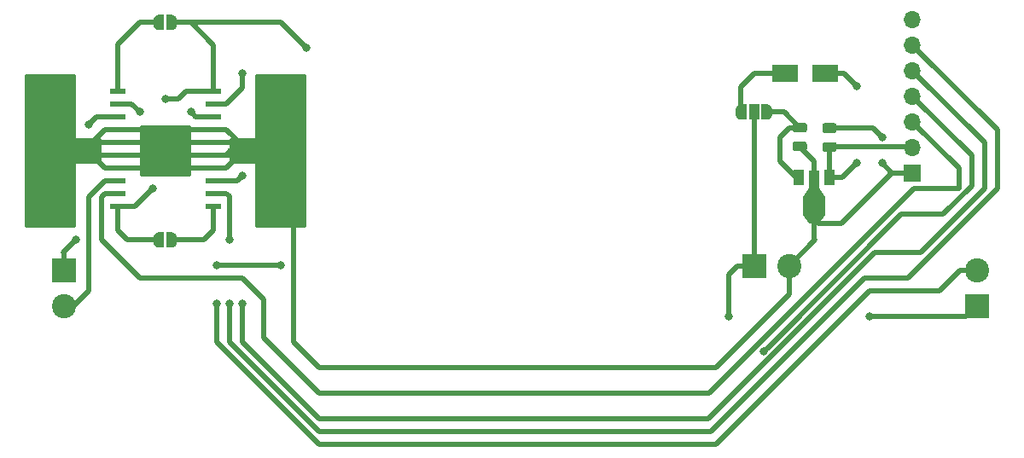
<source format=gbr>
G04 #@! TF.GenerationSoftware,KiCad,Pcbnew,5.1.5+dfsg1-2build2*
G04 #@! TF.CreationDate,2021-02-04T00:17:01-05:00*
G04 #@! TF.ProjectId,hbridgechassis,68627269-6467-4656-9368-61737369732e,rev?*
G04 #@! TF.SameCoordinates,Original*
G04 #@! TF.FileFunction,Copper,L1,Top*
G04 #@! TF.FilePolarity,Positive*
%FSLAX46Y46*%
G04 Gerber Fmt 4.6, Leading zero omitted, Abs format (unit mm)*
G04 Created by KiCad (PCBNEW 5.1.5+dfsg1-2build2) date 2021-02-04 00:17:01*
%MOMM*%
%LPD*%
G04 APERTURE LIST*
%ADD10C,0.100000*%
%ADD11R,2.200000X1.840000*%
%ADD12R,1.000000X1.500000*%
%ADD13R,1.000000X1.800000*%
%ADD14R,2.500000X1.800000*%
%ADD15O,1.700000X1.700000*%
%ADD16R,1.700000X1.700000*%
%ADD17C,2.400000*%
%ADD18R,2.400000X2.400000*%
%ADD19R,1.500000X0.600000*%
%ADD20C,0.800000*%
%ADD21C,0.500000*%
%ADD22C,0.254000*%
G04 APERTURE END LIST*
G04 #@! TA.AperFunction,SMDPad,CuDef*
D10*
G36*
X128059000Y-70654800D02*
G01*
X128759000Y-69654800D01*
X129559000Y-69654800D01*
X130259000Y-70654800D01*
X128059000Y-70654800D01*
G37*
G04 #@! TD.AperFunction*
D11*
X129159000Y-71564500D03*
D12*
X127659000Y-68751000D03*
D13*
X129159000Y-68897500D03*
D12*
X130659000Y-68751000D03*
G04 #@! TA.AperFunction,SMDPad,CuDef*
D10*
G36*
X130259000Y-72473000D02*
G01*
X129659000Y-73323000D01*
X128659000Y-73323000D01*
X128059000Y-72473000D01*
X130259000Y-72473000D01*
G37*
G04 #@! TD.AperFunction*
G04 #@! TA.AperFunction,SMDPad,CuDef*
G36*
X64120000Y-75679398D02*
G01*
X64095466Y-75679398D01*
X64046635Y-75674588D01*
X63998510Y-75665016D01*
X63951555Y-75650772D01*
X63906222Y-75631995D01*
X63862949Y-75608864D01*
X63822150Y-75581604D01*
X63784221Y-75550476D01*
X63749524Y-75515779D01*
X63718396Y-75477850D01*
X63691136Y-75437051D01*
X63668005Y-75393778D01*
X63649228Y-75348445D01*
X63634984Y-75301490D01*
X63625412Y-75253365D01*
X63620602Y-75204534D01*
X63620602Y-75180000D01*
X63620000Y-75180000D01*
X63620000Y-74680000D01*
X63620602Y-74680000D01*
X63620602Y-74655466D01*
X63625412Y-74606635D01*
X63634984Y-74558510D01*
X63649228Y-74511555D01*
X63668005Y-74466222D01*
X63691136Y-74422949D01*
X63718396Y-74382150D01*
X63749524Y-74344221D01*
X63784221Y-74309524D01*
X63822150Y-74278396D01*
X63862949Y-74251136D01*
X63906222Y-74228005D01*
X63951555Y-74209228D01*
X63998510Y-74194984D01*
X64046635Y-74185412D01*
X64095466Y-74180602D01*
X64120000Y-74180602D01*
X64120000Y-74180000D01*
X64620000Y-74180000D01*
X64620000Y-75680000D01*
X64120000Y-75680000D01*
X64120000Y-75679398D01*
G37*
G04 #@! TD.AperFunction*
G04 #@! TA.AperFunction,SMDPad,CuDef*
G36*
X64920000Y-74180000D02*
G01*
X65420000Y-74180000D01*
X65420000Y-74180602D01*
X65444534Y-74180602D01*
X65493365Y-74185412D01*
X65541490Y-74194984D01*
X65588445Y-74209228D01*
X65633778Y-74228005D01*
X65677051Y-74251136D01*
X65717850Y-74278396D01*
X65755779Y-74309524D01*
X65790476Y-74344221D01*
X65821604Y-74382150D01*
X65848864Y-74422949D01*
X65871995Y-74466222D01*
X65890772Y-74511555D01*
X65905016Y-74558510D01*
X65914588Y-74606635D01*
X65919398Y-74655466D01*
X65919398Y-74680000D01*
X65920000Y-74680000D01*
X65920000Y-75180000D01*
X65919398Y-75180000D01*
X65919398Y-75204534D01*
X65914588Y-75253365D01*
X65905016Y-75301490D01*
X65890772Y-75348445D01*
X65871995Y-75393778D01*
X65848864Y-75437051D01*
X65821604Y-75477850D01*
X65790476Y-75515779D01*
X65755779Y-75550476D01*
X65717850Y-75581604D01*
X65677051Y-75608864D01*
X65633778Y-75631995D01*
X65588445Y-75650772D01*
X65541490Y-75665016D01*
X65493365Y-75674588D01*
X65444534Y-75679398D01*
X65420000Y-75679398D01*
X65420000Y-75680000D01*
X64920000Y-75680000D01*
X64920000Y-74180000D01*
G37*
G04 #@! TD.AperFunction*
G04 #@! TA.AperFunction,SMDPad,CuDef*
G36*
X65420000Y-52590602D02*
G01*
X65444534Y-52590602D01*
X65493365Y-52595412D01*
X65541490Y-52604984D01*
X65588445Y-52619228D01*
X65633778Y-52638005D01*
X65677051Y-52661136D01*
X65717850Y-52688396D01*
X65755779Y-52719524D01*
X65790476Y-52754221D01*
X65821604Y-52792150D01*
X65848864Y-52832949D01*
X65871995Y-52876222D01*
X65890772Y-52921555D01*
X65905016Y-52968510D01*
X65914588Y-53016635D01*
X65919398Y-53065466D01*
X65919398Y-53090000D01*
X65920000Y-53090000D01*
X65920000Y-53590000D01*
X65919398Y-53590000D01*
X65919398Y-53614534D01*
X65914588Y-53663365D01*
X65905016Y-53711490D01*
X65890772Y-53758445D01*
X65871995Y-53803778D01*
X65848864Y-53847051D01*
X65821604Y-53887850D01*
X65790476Y-53925779D01*
X65755779Y-53960476D01*
X65717850Y-53991604D01*
X65677051Y-54018864D01*
X65633778Y-54041995D01*
X65588445Y-54060772D01*
X65541490Y-54075016D01*
X65493365Y-54084588D01*
X65444534Y-54089398D01*
X65420000Y-54089398D01*
X65420000Y-54090000D01*
X64920000Y-54090000D01*
X64920000Y-52590000D01*
X65420000Y-52590000D01*
X65420000Y-52590602D01*
G37*
G04 #@! TD.AperFunction*
G04 #@! TA.AperFunction,SMDPad,CuDef*
G36*
X64620000Y-54090000D02*
G01*
X64120000Y-54090000D01*
X64120000Y-54089398D01*
X64095466Y-54089398D01*
X64046635Y-54084588D01*
X63998510Y-54075016D01*
X63951555Y-54060772D01*
X63906222Y-54041995D01*
X63862949Y-54018864D01*
X63822150Y-53991604D01*
X63784221Y-53960476D01*
X63749524Y-53925779D01*
X63718396Y-53887850D01*
X63691136Y-53847051D01*
X63668005Y-53803778D01*
X63649228Y-53758445D01*
X63634984Y-53711490D01*
X63625412Y-53663365D01*
X63620602Y-53614534D01*
X63620602Y-53590000D01*
X63620000Y-53590000D01*
X63620000Y-53090000D01*
X63620602Y-53090000D01*
X63620602Y-53065466D01*
X63625412Y-53016635D01*
X63634984Y-52968510D01*
X63649228Y-52921555D01*
X63668005Y-52876222D01*
X63691136Y-52832949D01*
X63718396Y-52792150D01*
X63749524Y-52754221D01*
X63784221Y-52719524D01*
X63822150Y-52688396D01*
X63862949Y-52661136D01*
X63906222Y-52638005D01*
X63951555Y-52619228D01*
X63998510Y-52604984D01*
X64046635Y-52595412D01*
X64095466Y-52590602D01*
X64120000Y-52590602D01*
X64120000Y-52590000D01*
X64620000Y-52590000D01*
X64620000Y-54090000D01*
G37*
G04 #@! TD.AperFunction*
D12*
X123190000Y-62230000D03*
G04 #@! TA.AperFunction,SMDPad,CuDef*
D10*
G36*
X121890000Y-62979398D02*
G01*
X121865466Y-62979398D01*
X121816635Y-62974588D01*
X121768510Y-62965016D01*
X121721555Y-62950772D01*
X121676222Y-62931995D01*
X121632949Y-62908864D01*
X121592150Y-62881604D01*
X121554221Y-62850476D01*
X121519524Y-62815779D01*
X121488396Y-62777850D01*
X121461136Y-62737051D01*
X121438005Y-62693778D01*
X121419228Y-62648445D01*
X121404984Y-62601490D01*
X121395412Y-62553365D01*
X121390602Y-62504534D01*
X121390602Y-62480000D01*
X121390000Y-62480000D01*
X121390000Y-61980000D01*
X121390602Y-61980000D01*
X121390602Y-61955466D01*
X121395412Y-61906635D01*
X121404984Y-61858510D01*
X121419228Y-61811555D01*
X121438005Y-61766222D01*
X121461136Y-61722949D01*
X121488396Y-61682150D01*
X121519524Y-61644221D01*
X121554221Y-61609524D01*
X121592150Y-61578396D01*
X121632949Y-61551136D01*
X121676222Y-61528005D01*
X121721555Y-61509228D01*
X121768510Y-61494984D01*
X121816635Y-61485412D01*
X121865466Y-61480602D01*
X121890000Y-61480602D01*
X121890000Y-61480000D01*
X122440000Y-61480000D01*
X122440000Y-62980000D01*
X121890000Y-62980000D01*
X121890000Y-62979398D01*
G37*
G04 #@! TD.AperFunction*
G04 #@! TA.AperFunction,SMDPad,CuDef*
G36*
X123940000Y-61480000D02*
G01*
X124490000Y-61480000D01*
X124490000Y-61480602D01*
X124514534Y-61480602D01*
X124563365Y-61485412D01*
X124611490Y-61494984D01*
X124658445Y-61509228D01*
X124703778Y-61528005D01*
X124747051Y-61551136D01*
X124787850Y-61578396D01*
X124825779Y-61609524D01*
X124860476Y-61644221D01*
X124891604Y-61682150D01*
X124918864Y-61722949D01*
X124941995Y-61766222D01*
X124960772Y-61811555D01*
X124975016Y-61858510D01*
X124984588Y-61906635D01*
X124989398Y-61955466D01*
X124989398Y-61980000D01*
X124990000Y-61980000D01*
X124990000Y-62480000D01*
X124989398Y-62480000D01*
X124989398Y-62504534D01*
X124984588Y-62553365D01*
X124975016Y-62601490D01*
X124960772Y-62648445D01*
X124941995Y-62693778D01*
X124918864Y-62737051D01*
X124891604Y-62777850D01*
X124860476Y-62815779D01*
X124825779Y-62850476D01*
X124787850Y-62881604D01*
X124747051Y-62908864D01*
X124703778Y-62931995D01*
X124658445Y-62950772D01*
X124611490Y-62965016D01*
X124563365Y-62974588D01*
X124514534Y-62979398D01*
X124490000Y-62979398D01*
X124490000Y-62980000D01*
X123940000Y-62980000D01*
X123940000Y-61480000D01*
G37*
G04 #@! TD.AperFunction*
G04 #@! TA.AperFunction,SMDPad,CuDef*
G36*
X131163142Y-63346174D02*
G01*
X131186803Y-63349684D01*
X131210007Y-63355496D01*
X131232529Y-63363554D01*
X131254153Y-63373782D01*
X131274670Y-63386079D01*
X131293883Y-63400329D01*
X131311607Y-63416393D01*
X131327671Y-63434117D01*
X131341921Y-63453330D01*
X131354218Y-63473847D01*
X131364446Y-63495471D01*
X131372504Y-63517993D01*
X131378316Y-63541197D01*
X131381826Y-63564858D01*
X131383000Y-63588750D01*
X131383000Y-64076250D01*
X131381826Y-64100142D01*
X131378316Y-64123803D01*
X131372504Y-64147007D01*
X131364446Y-64169529D01*
X131354218Y-64191153D01*
X131341921Y-64211670D01*
X131327671Y-64230883D01*
X131311607Y-64248607D01*
X131293883Y-64264671D01*
X131274670Y-64278921D01*
X131254153Y-64291218D01*
X131232529Y-64301446D01*
X131210007Y-64309504D01*
X131186803Y-64315316D01*
X131163142Y-64318826D01*
X131139250Y-64320000D01*
X130226750Y-64320000D01*
X130202858Y-64318826D01*
X130179197Y-64315316D01*
X130155993Y-64309504D01*
X130133471Y-64301446D01*
X130111847Y-64291218D01*
X130091330Y-64278921D01*
X130072117Y-64264671D01*
X130054393Y-64248607D01*
X130038329Y-64230883D01*
X130024079Y-64211670D01*
X130011782Y-64191153D01*
X130001554Y-64169529D01*
X129993496Y-64147007D01*
X129987684Y-64123803D01*
X129984174Y-64100142D01*
X129983000Y-64076250D01*
X129983000Y-63588750D01*
X129984174Y-63564858D01*
X129987684Y-63541197D01*
X129993496Y-63517993D01*
X130001554Y-63495471D01*
X130011782Y-63473847D01*
X130024079Y-63453330D01*
X130038329Y-63434117D01*
X130054393Y-63416393D01*
X130072117Y-63400329D01*
X130091330Y-63386079D01*
X130111847Y-63373782D01*
X130133471Y-63363554D01*
X130155993Y-63355496D01*
X130179197Y-63349684D01*
X130202858Y-63346174D01*
X130226750Y-63345000D01*
X131139250Y-63345000D01*
X131163142Y-63346174D01*
G37*
G04 #@! TD.AperFunction*
G04 #@! TA.AperFunction,SMDPad,CuDef*
G36*
X131163142Y-65221174D02*
G01*
X131186803Y-65224684D01*
X131210007Y-65230496D01*
X131232529Y-65238554D01*
X131254153Y-65248782D01*
X131274670Y-65261079D01*
X131293883Y-65275329D01*
X131311607Y-65291393D01*
X131327671Y-65309117D01*
X131341921Y-65328330D01*
X131354218Y-65348847D01*
X131364446Y-65370471D01*
X131372504Y-65392993D01*
X131378316Y-65416197D01*
X131381826Y-65439858D01*
X131383000Y-65463750D01*
X131383000Y-65951250D01*
X131381826Y-65975142D01*
X131378316Y-65998803D01*
X131372504Y-66022007D01*
X131364446Y-66044529D01*
X131354218Y-66066153D01*
X131341921Y-66086670D01*
X131327671Y-66105883D01*
X131311607Y-66123607D01*
X131293883Y-66139671D01*
X131274670Y-66153921D01*
X131254153Y-66166218D01*
X131232529Y-66176446D01*
X131210007Y-66184504D01*
X131186803Y-66190316D01*
X131163142Y-66193826D01*
X131139250Y-66195000D01*
X130226750Y-66195000D01*
X130202858Y-66193826D01*
X130179197Y-66190316D01*
X130155993Y-66184504D01*
X130133471Y-66176446D01*
X130111847Y-66166218D01*
X130091330Y-66153921D01*
X130072117Y-66139671D01*
X130054393Y-66123607D01*
X130038329Y-66105883D01*
X130024079Y-66086670D01*
X130011782Y-66066153D01*
X130001554Y-66044529D01*
X129993496Y-66022007D01*
X129987684Y-65998803D01*
X129984174Y-65975142D01*
X129983000Y-65951250D01*
X129983000Y-65463750D01*
X129984174Y-65439858D01*
X129987684Y-65416197D01*
X129993496Y-65392993D01*
X130001554Y-65370471D01*
X130011782Y-65348847D01*
X130024079Y-65328330D01*
X130038329Y-65309117D01*
X130054393Y-65291393D01*
X130072117Y-65275329D01*
X130091330Y-65261079D01*
X130111847Y-65248782D01*
X130133471Y-65238554D01*
X130155993Y-65230496D01*
X130179197Y-65224684D01*
X130202858Y-65221174D01*
X130226750Y-65220000D01*
X131139250Y-65220000D01*
X131163142Y-65221174D01*
G37*
G04 #@! TD.AperFunction*
G04 #@! TA.AperFunction,SMDPad,CuDef*
G36*
X128216742Y-65170374D02*
G01*
X128240403Y-65173884D01*
X128263607Y-65179696D01*
X128286129Y-65187754D01*
X128307753Y-65197982D01*
X128328270Y-65210279D01*
X128347483Y-65224529D01*
X128365207Y-65240593D01*
X128381271Y-65258317D01*
X128395521Y-65277530D01*
X128407818Y-65298047D01*
X128418046Y-65319671D01*
X128426104Y-65342193D01*
X128431916Y-65365397D01*
X128435426Y-65389058D01*
X128436600Y-65412950D01*
X128436600Y-65900450D01*
X128435426Y-65924342D01*
X128431916Y-65948003D01*
X128426104Y-65971207D01*
X128418046Y-65993729D01*
X128407818Y-66015353D01*
X128395521Y-66035870D01*
X128381271Y-66055083D01*
X128365207Y-66072807D01*
X128347483Y-66088871D01*
X128328270Y-66103121D01*
X128307753Y-66115418D01*
X128286129Y-66125646D01*
X128263607Y-66133704D01*
X128240403Y-66139516D01*
X128216742Y-66143026D01*
X128192850Y-66144200D01*
X127280350Y-66144200D01*
X127256458Y-66143026D01*
X127232797Y-66139516D01*
X127209593Y-66133704D01*
X127187071Y-66125646D01*
X127165447Y-66115418D01*
X127144930Y-66103121D01*
X127125717Y-66088871D01*
X127107993Y-66072807D01*
X127091929Y-66055083D01*
X127077679Y-66035870D01*
X127065382Y-66015353D01*
X127055154Y-65993729D01*
X127047096Y-65971207D01*
X127041284Y-65948003D01*
X127037774Y-65924342D01*
X127036600Y-65900450D01*
X127036600Y-65412950D01*
X127037774Y-65389058D01*
X127041284Y-65365397D01*
X127047096Y-65342193D01*
X127055154Y-65319671D01*
X127065382Y-65298047D01*
X127077679Y-65277530D01*
X127091929Y-65258317D01*
X127107993Y-65240593D01*
X127125717Y-65224529D01*
X127144930Y-65210279D01*
X127165447Y-65197982D01*
X127187071Y-65187754D01*
X127209593Y-65179696D01*
X127232797Y-65173884D01*
X127256458Y-65170374D01*
X127280350Y-65169200D01*
X128192850Y-65169200D01*
X128216742Y-65170374D01*
G37*
G04 #@! TD.AperFunction*
G04 #@! TA.AperFunction,SMDPad,CuDef*
G36*
X128216742Y-63295374D02*
G01*
X128240403Y-63298884D01*
X128263607Y-63304696D01*
X128286129Y-63312754D01*
X128307753Y-63322982D01*
X128328270Y-63335279D01*
X128347483Y-63349529D01*
X128365207Y-63365593D01*
X128381271Y-63383317D01*
X128395521Y-63402530D01*
X128407818Y-63423047D01*
X128418046Y-63444671D01*
X128426104Y-63467193D01*
X128431916Y-63490397D01*
X128435426Y-63514058D01*
X128436600Y-63537950D01*
X128436600Y-64025450D01*
X128435426Y-64049342D01*
X128431916Y-64073003D01*
X128426104Y-64096207D01*
X128418046Y-64118729D01*
X128407818Y-64140353D01*
X128395521Y-64160870D01*
X128381271Y-64180083D01*
X128365207Y-64197807D01*
X128347483Y-64213871D01*
X128328270Y-64228121D01*
X128307753Y-64240418D01*
X128286129Y-64250646D01*
X128263607Y-64258704D01*
X128240403Y-64264516D01*
X128216742Y-64268026D01*
X128192850Y-64269200D01*
X127280350Y-64269200D01*
X127256458Y-64268026D01*
X127232797Y-64264516D01*
X127209593Y-64258704D01*
X127187071Y-64250646D01*
X127165447Y-64240418D01*
X127144930Y-64228121D01*
X127125717Y-64213871D01*
X127107993Y-64197807D01*
X127091929Y-64180083D01*
X127077679Y-64160870D01*
X127065382Y-64140353D01*
X127055154Y-64118729D01*
X127047096Y-64096207D01*
X127041284Y-64073003D01*
X127037774Y-64049342D01*
X127036600Y-64025450D01*
X127036600Y-63537950D01*
X127037774Y-63514058D01*
X127041284Y-63490397D01*
X127047096Y-63467193D01*
X127055154Y-63444671D01*
X127065382Y-63423047D01*
X127077679Y-63402530D01*
X127091929Y-63383317D01*
X127107993Y-63365593D01*
X127125717Y-63349529D01*
X127144930Y-63335279D01*
X127165447Y-63322982D01*
X127187071Y-63312754D01*
X127209593Y-63304696D01*
X127232797Y-63298884D01*
X127256458Y-63295374D01*
X127280350Y-63294200D01*
X128192850Y-63294200D01*
X128216742Y-63295374D01*
G37*
G04 #@! TD.AperFunction*
D14*
X126270000Y-58420000D03*
X130270000Y-58420000D03*
D15*
X138912600Y-53060600D03*
X138912600Y-55600600D03*
X138912600Y-58140600D03*
X138912600Y-60680600D03*
X138912600Y-63220600D03*
X138912600Y-65760600D03*
D16*
X138912600Y-68300600D03*
D17*
X145288000Y-77978000D03*
D18*
X145288000Y-81478000D03*
D17*
X54712000Y-81478000D03*
D18*
X54712000Y-77978000D03*
D17*
X126690000Y-77500000D03*
D18*
X123190000Y-77500000D03*
D19*
X69545400Y-60147200D03*
X69545400Y-61417200D03*
X69545400Y-62687200D03*
X69545400Y-63957200D03*
X69545400Y-65227200D03*
X69545400Y-66497200D03*
X69545400Y-67767200D03*
X69545400Y-69037200D03*
X69545400Y-70307200D03*
X69545400Y-71577200D03*
X60045400Y-71577200D03*
X60045400Y-70307200D03*
X60045400Y-69037200D03*
X60045400Y-67767200D03*
X60045400Y-60147200D03*
X60045400Y-61417200D03*
X60045400Y-62687200D03*
X60045400Y-63957200D03*
X60045400Y-65227200D03*
X60045400Y-66497200D03*
D20*
X57150000Y-63500000D03*
X55880000Y-74930000D03*
X67310000Y-62230000D03*
X69850000Y-81279996D03*
X72390000Y-68580000D03*
X134620000Y-82550000D03*
X76200000Y-77470000D03*
X72390000Y-58420000D03*
X69849994Y-77470000D03*
X71120000Y-81279998D03*
X71120000Y-74930000D03*
X72390000Y-81280000D03*
X62230000Y-62230000D03*
X124138986Y-86038987D03*
X135890000Y-67310000D03*
X135890000Y-64770000D03*
X133350000Y-67310000D03*
X133350000Y-59689984D03*
X63500000Y-69850000D03*
X64770000Y-60960000D03*
X78740000Y-55880000D03*
X120650000Y-82550000D03*
D21*
X55682000Y-81478000D02*
X54712000Y-81478000D01*
X57150000Y-80010000D02*
X55682000Y-81478000D01*
X57150000Y-70682600D02*
X57150000Y-80010000D01*
X58795400Y-69037200D02*
X57150000Y-70682600D01*
X60045400Y-69037200D02*
X58795400Y-69037200D01*
X57962800Y-62687200D02*
X57150000Y-63500000D01*
X60045400Y-62687200D02*
X57962800Y-62687200D01*
X55880000Y-74930000D02*
X54610000Y-76200000D01*
X54712000Y-76278000D02*
X54712000Y-77978000D01*
X54634000Y-76200000D02*
X54712000Y-76278000D01*
X54610000Y-76200000D02*
X54634000Y-76200000D01*
X67767200Y-62687200D02*
X67310000Y-62230000D01*
X69545400Y-62687200D02*
X67767200Y-62687200D01*
X69850000Y-85089982D02*
X69850000Y-81845681D01*
X119380000Y-95250000D02*
X80010018Y-95250000D01*
X69850000Y-81845681D02*
X69850000Y-81279996D01*
X80010018Y-95250000D02*
X69850000Y-85089982D01*
X134620000Y-80010000D02*
X119380000Y-95250000D01*
X139700000Y-80010000D02*
X134620000Y-80010000D01*
X143590944Y-77978000D02*
X141558944Y-80010000D01*
X145288000Y-77978000D02*
X143590944Y-77978000D01*
X141558944Y-80010000D02*
X139700000Y-80010000D01*
X71932800Y-69037200D02*
X72390000Y-68580000D01*
X69545400Y-69037200D02*
X71932800Y-69037200D01*
X144216000Y-82550000D02*
X145288000Y-81478000D01*
X134620000Y-82550000D02*
X144216000Y-82550000D01*
X70795400Y-61417200D02*
X69545400Y-61417200D01*
X72390000Y-59822600D02*
X70795400Y-61417200D01*
X72390000Y-58420000D02*
X72390000Y-59822600D01*
X76200000Y-77470000D02*
X69849994Y-77470000D01*
X71120000Y-81845683D02*
X71120000Y-81279998D01*
X71120000Y-85090000D02*
X71120000Y-81845683D01*
X80010000Y-93980000D02*
X71120000Y-85090000D01*
X118885018Y-93980000D02*
X80010000Y-93980000D01*
X134125018Y-78740000D02*
X118885018Y-93980000D01*
X138430000Y-78740000D02*
X134125018Y-78740000D01*
X147320000Y-69850000D02*
X138430000Y-78740000D01*
X147320000Y-64008000D02*
X147320000Y-69850000D01*
X138912600Y-55600600D02*
X147320000Y-64008000D01*
X70795400Y-70307200D02*
X69545400Y-70307200D01*
X71120000Y-70631800D02*
X70795400Y-70307200D01*
X71120000Y-74930000D02*
X71120000Y-70631800D01*
X135180071Y-76200000D02*
X118670071Y-92710000D01*
X72390000Y-81845685D02*
X72390000Y-81280000D01*
X138912600Y-58140600D02*
X146050000Y-65278000D01*
X139700000Y-76200000D02*
X135180071Y-76200000D01*
X118670071Y-92710000D02*
X80010000Y-92710000D01*
X80010000Y-92710000D02*
X72390000Y-85090000D01*
X72390000Y-85090000D02*
X72390000Y-81845685D01*
X146050000Y-65278000D02*
X146050000Y-69850000D01*
X146050000Y-69850000D02*
X139700000Y-76200000D01*
X61417200Y-61417200D02*
X62230000Y-62230000D01*
X60045400Y-61417200D02*
X61417200Y-61417200D01*
X124538985Y-85638988D02*
X124138986Y-86038987D01*
X141959963Y-72390000D02*
X137787973Y-72390000D01*
X144780000Y-69569963D02*
X141959963Y-72390000D01*
X144780000Y-66548000D02*
X144780000Y-69569963D01*
X137787973Y-72390000D02*
X124538985Y-85638988D01*
X138912600Y-60680600D02*
X144780000Y-66548000D01*
X143510000Y-69849999D02*
X139069970Y-69849999D01*
X118749969Y-90170000D02*
X80010000Y-90170000D01*
X139069970Y-69849999D02*
X118749969Y-90170000D01*
X80010000Y-90170000D02*
X74510002Y-84670002D01*
X58795400Y-70307200D02*
X60045400Y-70307200D01*
X62230000Y-78740000D02*
X58420000Y-74930000D01*
X72390000Y-78740000D02*
X62230000Y-78740000D01*
X138912600Y-63220600D02*
X143510000Y-67818000D01*
X74510002Y-80860002D02*
X72390000Y-78740000D01*
X74510002Y-84670002D02*
X74510002Y-80860002D01*
X143510000Y-67818000D02*
X143510000Y-69849999D01*
X58420000Y-74930000D02*
X58420000Y-70682600D01*
X58420000Y-70682600D02*
X58795400Y-70307200D01*
X126270000Y-58420000D02*
X123190000Y-58420000D01*
X121890000Y-59720000D02*
X121890000Y-62230000D01*
X123190000Y-58420000D02*
X121890000Y-59720000D01*
X57525400Y-66497200D02*
X60045400Y-66497200D01*
X58795400Y-67767200D02*
X57525400Y-66497200D01*
X60045400Y-67767200D02*
X58795400Y-67767200D01*
X58795400Y-63957200D02*
X60045400Y-63957200D01*
X57525400Y-65227200D02*
X58795400Y-63957200D01*
X60045400Y-65227200D02*
X57525400Y-65227200D01*
X57525400Y-65227200D02*
X57525400Y-66497200D01*
X70795400Y-63957200D02*
X72390000Y-65551800D01*
X69545400Y-63957200D02*
X70795400Y-63957200D01*
X70795400Y-67767200D02*
X72390000Y-66172600D01*
X69545400Y-67767200D02*
X70795400Y-67767200D01*
X71444600Y-65227200D02*
X69545400Y-65227200D01*
X70795400Y-66497200D02*
X71252600Y-66040000D01*
X69545400Y-66497200D02*
X70795400Y-66497200D01*
X72390000Y-66040000D02*
X71444600Y-65227200D01*
X71252600Y-66040000D02*
X72390000Y-66040000D01*
X72390000Y-66172600D02*
X72390000Y-66040000D01*
X60045400Y-63957200D02*
X62687200Y-63957200D01*
X62687200Y-63957200D02*
X69545400Y-63957200D01*
X60045400Y-65227200D02*
X69545400Y-65227200D01*
X60045400Y-66497200D02*
X69545400Y-66497200D01*
X60045400Y-67767200D02*
X69545400Y-67767200D01*
X80010000Y-87630000D02*
X119380000Y-87630000D01*
X77470000Y-85090000D02*
X80010000Y-87630000D01*
X77470000Y-68580000D02*
X77470000Y-85090000D01*
X119380000Y-87630000D02*
X126690000Y-80320000D01*
X75387200Y-66497200D02*
X77470000Y-68580000D01*
X126690000Y-80320000D02*
X126690000Y-77500000D01*
X69545400Y-66497200D02*
X75387200Y-66497200D01*
X126690000Y-77500000D02*
X129260000Y-74930000D01*
X129159000Y-74829000D02*
X129159000Y-72898000D01*
X129260000Y-74930000D02*
X129159000Y-74829000D01*
X129159000Y-67079100D02*
X127736600Y-65656700D01*
X129159000Y-68897500D02*
X129159000Y-67079100D01*
X136880600Y-68300600D02*
X135890000Y-67310000D01*
X138912600Y-68300600D02*
X136880600Y-68300600D01*
X134952500Y-63832500D02*
X135890000Y-64770000D01*
X130683000Y-63832500D02*
X134952500Y-63832500D01*
X131858200Y-73323000D02*
X136880600Y-68300600D01*
X129584000Y-73323000D02*
X131858200Y-73323000D01*
X129159000Y-72898000D02*
X129584000Y-73323000D01*
X129159000Y-68897500D02*
X129159000Y-72898000D01*
X126184900Y-62230000D02*
X127736600Y-63781700D01*
X124490000Y-62230000D02*
X126184900Y-62230000D01*
X126718300Y-63781700D02*
X127736600Y-63781700D01*
X125730000Y-64770000D02*
X126718300Y-63781700D01*
X125730000Y-67139000D02*
X125730000Y-64770000D01*
X127342000Y-68751000D02*
X125730000Y-67139000D01*
X127659000Y-68751000D02*
X127342000Y-68751000D01*
X138859500Y-65707500D02*
X138912600Y-65760600D01*
X130683000Y-65707500D02*
X138859500Y-65707500D01*
X131909000Y-68751000D02*
X133350000Y-67310000D01*
X130659000Y-68751000D02*
X131909000Y-68751000D01*
X130659000Y-65731500D02*
X130683000Y-65707500D01*
X130659000Y-68751000D02*
X130659000Y-65731500D01*
X130270000Y-58420000D02*
X132080016Y-58420000D01*
X132080016Y-58420000D02*
X133350000Y-59689984D01*
X69545400Y-60147200D02*
X69545400Y-55575400D01*
X69545400Y-55575400D02*
X67310000Y-53340000D01*
X67310000Y-53340000D02*
X65420000Y-53340000D01*
X61772800Y-71577200D02*
X63500000Y-69850000D01*
X60045400Y-71577200D02*
X61772800Y-71577200D01*
X66852800Y-60147200D02*
X69545400Y-60147200D01*
X66040000Y-60960000D02*
X66852800Y-60147200D01*
X64770000Y-60960000D02*
X66040000Y-60960000D01*
X76200000Y-53340000D02*
X78740000Y-55880000D01*
X67310000Y-53340000D02*
X76200000Y-53340000D01*
X121490000Y-77500000D02*
X123190000Y-77500000D01*
X120650000Y-78340000D02*
X121490000Y-77500000D01*
X120650000Y-82550000D02*
X120650000Y-78340000D01*
X60045400Y-74015400D02*
X60045400Y-71577200D01*
X60045400Y-74015400D02*
X60960000Y-74930000D01*
X60960000Y-74930000D02*
X64120000Y-74930000D01*
X123190000Y-77500000D02*
X123190000Y-62230000D01*
X64120000Y-53340000D02*
X62230000Y-53340000D01*
X60045400Y-55524600D02*
X62230000Y-53340000D01*
X60045400Y-60147200D02*
X60045400Y-55524600D01*
X69545400Y-73964600D02*
X69545400Y-71577200D01*
X69545400Y-73964600D02*
X68580000Y-74930000D01*
X68580000Y-74930000D02*
X65420000Y-74930000D01*
D22*
G36*
X55753000Y-64770000D02*
G01*
X55755440Y-64794776D01*
X55762667Y-64818601D01*
X55774403Y-64840557D01*
X55790197Y-64859803D01*
X55809443Y-64875597D01*
X55831399Y-64887333D01*
X55855224Y-64894560D01*
X55880000Y-64897000D01*
X58293000Y-64897000D01*
X58293000Y-67183000D01*
X55880000Y-67183000D01*
X55855224Y-67185440D01*
X55831399Y-67192667D01*
X55809443Y-67204403D01*
X55790197Y-67220197D01*
X55774403Y-67239443D01*
X55762667Y-67261399D01*
X55755440Y-67285224D01*
X55753000Y-67310000D01*
X55753000Y-73533000D01*
X50927000Y-73533000D01*
X50927000Y-58547000D01*
X55753000Y-58547000D01*
X55753000Y-64770000D01*
G37*
X55753000Y-64770000D02*
X55755440Y-64794776D01*
X55762667Y-64818601D01*
X55774403Y-64840557D01*
X55790197Y-64859803D01*
X55809443Y-64875597D01*
X55831399Y-64887333D01*
X55855224Y-64894560D01*
X55880000Y-64897000D01*
X58293000Y-64897000D01*
X58293000Y-67183000D01*
X55880000Y-67183000D01*
X55855224Y-67185440D01*
X55831399Y-67192667D01*
X55809443Y-67204403D01*
X55790197Y-67220197D01*
X55774403Y-67239443D01*
X55762667Y-67261399D01*
X55755440Y-67285224D01*
X55753000Y-67310000D01*
X55753000Y-73533000D01*
X50927000Y-73533000D01*
X50927000Y-58547000D01*
X55753000Y-58547000D01*
X55753000Y-64770000D01*
G36*
X78613000Y-73533000D02*
G01*
X73787000Y-73533000D01*
X73787000Y-67310000D01*
X73784560Y-67285224D01*
X73777333Y-67261399D01*
X73765597Y-67239443D01*
X73749803Y-67220197D01*
X73730557Y-67204403D01*
X73708601Y-67192667D01*
X73684776Y-67185440D01*
X73660000Y-67183000D01*
X71247000Y-67183000D01*
X71247000Y-64897000D01*
X73660000Y-64897000D01*
X73684776Y-64894560D01*
X73708601Y-64887333D01*
X73730557Y-64875597D01*
X73749803Y-64859803D01*
X73765597Y-64840557D01*
X73777333Y-64818601D01*
X73784560Y-64794776D01*
X73787000Y-64770000D01*
X73787000Y-58547000D01*
X78613000Y-58547000D01*
X78613000Y-73533000D01*
G37*
X78613000Y-73533000D02*
X73787000Y-73533000D01*
X73787000Y-67310000D01*
X73784560Y-67285224D01*
X73777333Y-67261399D01*
X73765597Y-67239443D01*
X73749803Y-67220197D01*
X73730557Y-67204403D01*
X73708601Y-67192667D01*
X73684776Y-67185440D01*
X73660000Y-67183000D01*
X71247000Y-67183000D01*
X71247000Y-64897000D01*
X73660000Y-64897000D01*
X73684776Y-64894560D01*
X73708601Y-64887333D01*
X73730557Y-64875597D01*
X73749803Y-64859803D01*
X73765597Y-64840557D01*
X73777333Y-64818601D01*
X73784560Y-64794776D01*
X73787000Y-64770000D01*
X73787000Y-58547000D01*
X78613000Y-58547000D01*
X78613000Y-73533000D01*
G36*
X67183000Y-68453000D02*
G01*
X62357000Y-68453000D01*
X62357000Y-63627000D01*
X67183000Y-63627000D01*
X67183000Y-68453000D01*
G37*
X67183000Y-68453000D02*
X62357000Y-68453000D01*
X62357000Y-63627000D01*
X67183000Y-63627000D01*
X67183000Y-68453000D01*
M02*

</source>
